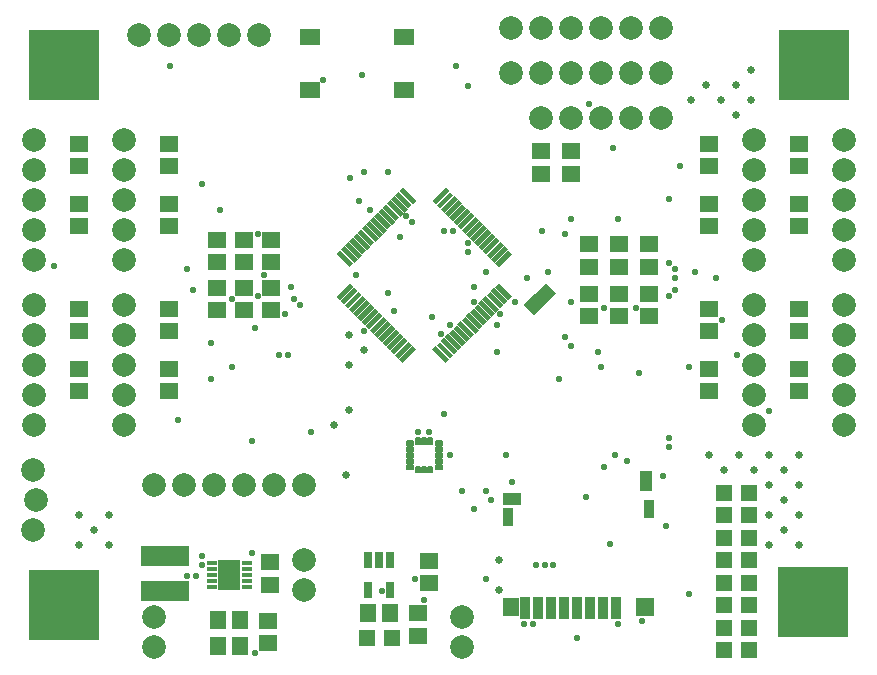
<source format=gbr>
G04 EAGLE Gerber RS-274X export*
G75*
%MOMM*%
%FSLAX34Y34*%
%LPD*%
%INSoldermask Top*%
%IPPOS*%
%AMOC8*
5,1,8,0,0,1.08239X$1,22.5*%
G01*
%ADD10R,1.602000X0.427000*%
%ADD11C,2.006600*%
%ADD12R,0.827000X1.877000*%
%ADD13R,1.427000X1.627000*%
%ADD14R,1.627000X1.627000*%
%ADD15R,0.927000X1.627000*%
%ADD16R,1.577000X1.127000*%
%ADD17R,0.927000X1.527000*%
%ADD18R,1.127000X1.677000*%
%ADD19R,1.627000X1.427000*%
%ADD20R,1.677000X1.427000*%
%ADD21R,1.327000X1.327000*%
%ADD22R,0.635000X1.447800*%
%ADD23C,0.157409*%
%ADD24R,0.939800X0.381000*%
%ADD25R,1.879600X2.616200*%
%ADD26R,4.027000X1.727000*%
%ADD27R,1.219200X1.294350*%
%ADD28R,5.969000X5.969000*%
%ADD29C,0.584200*%
%ADD30C,0.652000*%


D10*
G36*
X415517Y340103D02*
X426844Y351430D01*
X429863Y348411D01*
X418536Y337084D01*
X415517Y340103D01*
G37*
G36*
X411982Y343639D02*
X423309Y354966D01*
X426328Y351947D01*
X415001Y340620D01*
X411982Y343639D01*
G37*
G36*
X408446Y347174D02*
X419773Y358501D01*
X422792Y355482D01*
X411465Y344155D01*
X408446Y347174D01*
G37*
G36*
X404911Y350710D02*
X416238Y362037D01*
X419257Y359018D01*
X407930Y347691D01*
X404911Y350710D01*
G37*
G36*
X401375Y354245D02*
X412702Y365572D01*
X415721Y362553D01*
X404394Y351226D01*
X401375Y354245D01*
G37*
G36*
X397840Y357781D02*
X409167Y369108D01*
X412186Y366089D01*
X400859Y354762D01*
X397840Y357781D01*
G37*
G36*
X394304Y361316D02*
X405631Y372643D01*
X408650Y369624D01*
X397323Y358297D01*
X394304Y361316D01*
G37*
G36*
X390769Y364852D02*
X402096Y376179D01*
X405115Y373160D01*
X393788Y361833D01*
X390769Y364852D01*
G37*
G36*
X387233Y368388D02*
X398560Y379715D01*
X401579Y376696D01*
X390252Y365369D01*
X387233Y368388D01*
G37*
G36*
X383697Y371923D02*
X395024Y383250D01*
X398043Y380231D01*
X386716Y368904D01*
X383697Y371923D01*
G37*
G36*
X380162Y375459D02*
X391489Y386786D01*
X394508Y383767D01*
X383181Y372440D01*
X380162Y375459D01*
G37*
G36*
X376626Y378994D02*
X387953Y390321D01*
X390972Y387302D01*
X379645Y375975D01*
X376626Y378994D01*
G37*
G36*
X373091Y382530D02*
X384418Y393857D01*
X387437Y390838D01*
X376110Y379511D01*
X373091Y382530D01*
G37*
G36*
X369555Y386065D02*
X380882Y397392D01*
X383901Y394373D01*
X372574Y383046D01*
X369555Y386065D01*
G37*
G36*
X366020Y389601D02*
X377347Y400928D01*
X380366Y397909D01*
X369039Y386582D01*
X366020Y389601D01*
G37*
G36*
X362484Y393136D02*
X373811Y404463D01*
X376830Y401444D01*
X365503Y390117D01*
X362484Y393136D01*
G37*
G36*
X345697Y390117D02*
X334370Y401444D01*
X337389Y404463D01*
X348716Y393136D01*
X345697Y390117D01*
G37*
G36*
X342161Y386582D02*
X330834Y397909D01*
X333853Y400928D01*
X345180Y389601D01*
X342161Y386582D01*
G37*
G36*
X338626Y383046D02*
X327299Y394373D01*
X330318Y397392D01*
X341645Y386065D01*
X338626Y383046D01*
G37*
G36*
X335090Y379511D02*
X323763Y390838D01*
X326782Y393857D01*
X338109Y382530D01*
X335090Y379511D01*
G37*
G36*
X331555Y375975D02*
X320228Y387302D01*
X323247Y390321D01*
X334574Y378994D01*
X331555Y375975D01*
G37*
G36*
X328019Y372440D02*
X316692Y383767D01*
X319711Y386786D01*
X331038Y375459D01*
X328019Y372440D01*
G37*
G36*
X324484Y368904D02*
X313157Y380231D01*
X316176Y383250D01*
X327503Y371923D01*
X324484Y368904D01*
G37*
G36*
X320948Y365369D02*
X309621Y376696D01*
X312640Y379715D01*
X323967Y368388D01*
X320948Y365369D01*
G37*
G36*
X317412Y361833D02*
X306085Y373160D01*
X309104Y376179D01*
X320431Y364852D01*
X317412Y361833D01*
G37*
G36*
X313877Y358297D02*
X302550Y369624D01*
X305569Y372643D01*
X316896Y361316D01*
X313877Y358297D01*
G37*
G36*
X310341Y354762D02*
X299014Y366089D01*
X302033Y369108D01*
X313360Y357781D01*
X310341Y354762D01*
G37*
G36*
X306806Y351226D02*
X295479Y362553D01*
X298498Y365572D01*
X309825Y354245D01*
X306806Y351226D01*
G37*
G36*
X303270Y347691D02*
X291943Y359018D01*
X294962Y362037D01*
X306289Y350710D01*
X303270Y347691D01*
G37*
G36*
X299735Y344155D02*
X288408Y355482D01*
X291427Y358501D01*
X302754Y347174D01*
X299735Y344155D01*
G37*
G36*
X296199Y340620D02*
X284872Y351947D01*
X287891Y354966D01*
X299218Y343639D01*
X296199Y340620D01*
G37*
G36*
X292664Y337084D02*
X281337Y348411D01*
X284356Y351430D01*
X295683Y340103D01*
X292664Y337084D01*
G37*
G36*
X281337Y311989D02*
X292664Y323316D01*
X295683Y320297D01*
X284356Y308970D01*
X281337Y311989D01*
G37*
G36*
X284872Y308453D02*
X296199Y319780D01*
X299218Y316761D01*
X287891Y305434D01*
X284872Y308453D01*
G37*
G36*
X288408Y304918D02*
X299735Y316245D01*
X302754Y313226D01*
X291427Y301899D01*
X288408Y304918D01*
G37*
G36*
X291943Y301382D02*
X303270Y312709D01*
X306289Y309690D01*
X294962Y298363D01*
X291943Y301382D01*
G37*
G36*
X295479Y297847D02*
X306806Y309174D01*
X309825Y306155D01*
X298498Y294828D01*
X295479Y297847D01*
G37*
G36*
X299014Y294311D02*
X310341Y305638D01*
X313360Y302619D01*
X302033Y291292D01*
X299014Y294311D01*
G37*
G36*
X302550Y290776D02*
X313877Y302103D01*
X316896Y299084D01*
X305569Y287757D01*
X302550Y290776D01*
G37*
G36*
X306085Y287240D02*
X317412Y298567D01*
X320431Y295548D01*
X309104Y284221D01*
X306085Y287240D01*
G37*
G36*
X309621Y283704D02*
X320948Y295031D01*
X323967Y292012D01*
X312640Y280685D01*
X309621Y283704D01*
G37*
G36*
X313157Y280169D02*
X324484Y291496D01*
X327503Y288477D01*
X316176Y277150D01*
X313157Y280169D01*
G37*
G36*
X316692Y276633D02*
X328019Y287960D01*
X331038Y284941D01*
X319711Y273614D01*
X316692Y276633D01*
G37*
G36*
X320228Y273098D02*
X331555Y284425D01*
X334574Y281406D01*
X323247Y270079D01*
X320228Y273098D01*
G37*
G36*
X323763Y269562D02*
X335090Y280889D01*
X338109Y277870D01*
X326782Y266543D01*
X323763Y269562D01*
G37*
G36*
X327299Y266027D02*
X338626Y277354D01*
X341645Y274335D01*
X330318Y263008D01*
X327299Y266027D01*
G37*
G36*
X330834Y262491D02*
X342161Y273818D01*
X345180Y270799D01*
X333853Y259472D01*
X330834Y262491D01*
G37*
G36*
X334370Y258956D02*
X345697Y270283D01*
X348716Y267264D01*
X337389Y255937D01*
X334370Y258956D01*
G37*
G36*
X373811Y255937D02*
X362484Y267264D01*
X365503Y270283D01*
X376830Y258956D01*
X373811Y255937D01*
G37*
G36*
X377347Y259472D02*
X366020Y270799D01*
X369039Y273818D01*
X380366Y262491D01*
X377347Y259472D01*
G37*
G36*
X380882Y263008D02*
X369555Y274335D01*
X372574Y277354D01*
X383901Y266027D01*
X380882Y263008D01*
G37*
G36*
X384418Y266543D02*
X373091Y277870D01*
X376110Y280889D01*
X387437Y269562D01*
X384418Y266543D01*
G37*
G36*
X387953Y270079D02*
X376626Y281406D01*
X379645Y284425D01*
X390972Y273098D01*
X387953Y270079D01*
G37*
G36*
X391489Y273614D02*
X380162Y284941D01*
X383181Y287960D01*
X394508Y276633D01*
X391489Y273614D01*
G37*
G36*
X395024Y277150D02*
X383697Y288477D01*
X386716Y291496D01*
X398043Y280169D01*
X395024Y277150D01*
G37*
G36*
X398560Y280685D02*
X387233Y292012D01*
X390252Y295031D01*
X401579Y283704D01*
X398560Y280685D01*
G37*
G36*
X402096Y284221D02*
X390769Y295548D01*
X393788Y298567D01*
X405115Y287240D01*
X402096Y284221D01*
G37*
G36*
X405631Y287757D02*
X394304Y299084D01*
X397323Y302103D01*
X408650Y290776D01*
X405631Y287757D01*
G37*
G36*
X409167Y291292D02*
X397840Y302619D01*
X400859Y305638D01*
X412186Y294311D01*
X409167Y291292D01*
G37*
G36*
X412702Y294828D02*
X401375Y306155D01*
X404394Y309174D01*
X415721Y297847D01*
X412702Y294828D01*
G37*
G36*
X416238Y298363D02*
X404911Y309690D01*
X407930Y312709D01*
X419257Y301382D01*
X416238Y298363D01*
G37*
G36*
X419773Y301899D02*
X408446Y313226D01*
X411465Y316245D01*
X422792Y304918D01*
X419773Y301899D01*
G37*
G36*
X423309Y305434D02*
X411982Y316761D01*
X415001Y319780D01*
X426328Y308453D01*
X423309Y305434D01*
G37*
G36*
X426844Y308970D02*
X415517Y320297D01*
X418536Y323316D01*
X429863Y311989D01*
X426844Y308970D01*
G37*
D11*
X556260Y463550D03*
X530860Y463550D03*
X505460Y463550D03*
X480060Y463550D03*
X454660Y463550D03*
X25400Y342900D03*
X25400Y368300D03*
X25400Y393700D03*
X25400Y419100D03*
X25400Y444500D03*
D12*
X485140Y48260D03*
X474140Y48260D03*
X463140Y48260D03*
X452140Y48260D03*
X441140Y48260D03*
X496140Y48260D03*
X507140Y48260D03*
X518140Y48260D03*
D13*
X429140Y49510D03*
D14*
X542640Y49510D03*
D15*
X426640Y125510D03*
D16*
X429890Y140510D03*
D17*
X546140Y132010D03*
D18*
X543640Y156260D03*
D19*
X546100Y295300D03*
X546100Y314300D03*
X520700Y356210D03*
X520700Y337210D03*
X520700Y295300D03*
X520700Y314300D03*
X495300Y356210D03*
X495300Y337210D03*
X495300Y295300D03*
X495300Y314300D03*
X226060Y360020D03*
X226060Y341020D03*
X226060Y300380D03*
X226060Y319380D03*
X203200Y360020D03*
X203200Y341020D03*
X203200Y300380D03*
X203200Y319380D03*
X180340Y360020D03*
X180340Y341020D03*
X180340Y300380D03*
X180340Y319380D03*
X546100Y356210D03*
X546100Y337210D03*
D20*
X338200Y531770D03*
X258700Y531770D03*
X338200Y486770D03*
X258700Y486770D03*
D11*
X556260Y501650D03*
X530860Y501650D03*
X505460Y501650D03*
X480060Y501650D03*
X454660Y501650D03*
X429260Y501650D03*
X101600Y342900D03*
X101600Y368300D03*
X101600Y393700D03*
X101600Y419100D03*
X101600Y444500D03*
X25400Y203200D03*
X25400Y228600D03*
X25400Y254000D03*
X25400Y279400D03*
X25400Y304800D03*
X101600Y203200D03*
X101600Y228600D03*
X101600Y254000D03*
X101600Y279400D03*
X101600Y304800D03*
X711200Y342900D03*
X711200Y368300D03*
X711200Y393700D03*
X711200Y419100D03*
X711200Y444500D03*
X635000Y342900D03*
X635000Y368300D03*
X635000Y393700D03*
X635000Y419100D03*
X635000Y444500D03*
X711200Y203200D03*
X711200Y228600D03*
X711200Y254000D03*
X711200Y279400D03*
X711200Y304800D03*
X635000Y203200D03*
X635000Y228600D03*
X635000Y254000D03*
X635000Y279400D03*
X635000Y304800D03*
X215900Y533400D03*
X190500Y533400D03*
X165100Y533400D03*
X139700Y533400D03*
X114300Y533400D03*
D21*
X630260Y146050D03*
X609260Y146050D03*
X630260Y127000D03*
X609260Y127000D03*
X630260Y107950D03*
X609260Y107950D03*
X630260Y88900D03*
X609260Y88900D03*
X630260Y69850D03*
X609260Y69850D03*
X630260Y50800D03*
X609260Y50800D03*
X630260Y31750D03*
X609260Y31750D03*
X630260Y12700D03*
X609260Y12700D03*
D19*
X63500Y371500D03*
X63500Y390500D03*
X63500Y422300D03*
X63500Y441300D03*
X139700Y371500D03*
X139700Y390500D03*
X139700Y422300D03*
X139700Y441300D03*
X63500Y231800D03*
X63500Y250800D03*
X63500Y282600D03*
X63500Y301600D03*
X139700Y231800D03*
X139700Y250800D03*
X139700Y282600D03*
X139700Y301600D03*
X673100Y371500D03*
X673100Y390500D03*
X673100Y422300D03*
X673100Y441300D03*
X596900Y371500D03*
X596900Y390500D03*
X596900Y422300D03*
X596900Y441300D03*
X673100Y231800D03*
X673100Y250800D03*
X673100Y282600D03*
X673100Y301600D03*
X596900Y231800D03*
X596900Y250800D03*
X596900Y282600D03*
X596900Y301600D03*
X480060Y415950D03*
X480060Y434950D03*
X454660Y415950D03*
X454660Y434950D03*
D11*
X24130Y114300D03*
X26670Y139700D03*
X24130Y165100D03*
D19*
X350520Y24790D03*
X350520Y43790D03*
D13*
X308000Y44450D03*
X327000Y44450D03*
D22*
X327000Y89154D03*
X317500Y89154D03*
X308000Y89154D03*
X308000Y63246D03*
X327000Y63246D03*
D21*
X328000Y22860D03*
X307000Y22860D03*
D19*
X359410Y88240D03*
X359410Y69240D03*
D23*
X365302Y169398D02*
X370298Y169398D01*
X370298Y166202D01*
X365302Y166202D01*
X365302Y169398D01*
X365302Y167697D02*
X370298Y167697D01*
X370298Y169192D02*
X365302Y169192D01*
X365302Y174398D02*
X370298Y174398D01*
X370298Y171202D01*
X365302Y171202D01*
X365302Y174398D01*
X365302Y172697D02*
X370298Y172697D01*
X370298Y174192D02*
X365302Y174192D01*
X365302Y179398D02*
X370298Y179398D01*
X370298Y176202D01*
X365302Y176202D01*
X365302Y179398D01*
X365302Y177697D02*
X370298Y177697D01*
X370298Y179192D02*
X365302Y179192D01*
X365302Y184398D02*
X370298Y184398D01*
X370298Y181202D01*
X365302Y181202D01*
X365302Y184398D01*
X365302Y182697D02*
X370298Y182697D01*
X370298Y184192D02*
X365302Y184192D01*
X365302Y189398D02*
X370298Y189398D01*
X370298Y186202D01*
X365302Y186202D01*
X365302Y189398D01*
X365302Y187697D02*
X370298Y187697D01*
X370298Y189192D02*
X365302Y189192D01*
X359002Y187502D02*
X359002Y192498D01*
X362198Y192498D01*
X362198Y187502D01*
X359002Y187502D01*
X359002Y188997D02*
X362198Y188997D01*
X362198Y190492D02*
X359002Y190492D01*
X359002Y191987D02*
X362198Y191987D01*
X354002Y192498D02*
X354002Y187502D01*
X354002Y192498D02*
X357198Y192498D01*
X357198Y187502D01*
X354002Y187502D01*
X354002Y188997D02*
X357198Y188997D01*
X357198Y190492D02*
X354002Y190492D01*
X354002Y191987D02*
X357198Y191987D01*
X349002Y192498D02*
X349002Y187502D01*
X349002Y192498D02*
X352198Y192498D01*
X352198Y187502D01*
X349002Y187502D01*
X349002Y188997D02*
X352198Y188997D01*
X352198Y190492D02*
X349002Y190492D01*
X349002Y191987D02*
X352198Y191987D01*
X345898Y186202D02*
X340902Y186202D01*
X340902Y189398D01*
X345898Y189398D01*
X345898Y186202D01*
X345898Y187697D02*
X340902Y187697D01*
X340902Y189192D02*
X345898Y189192D01*
X345898Y181202D02*
X340902Y181202D01*
X340902Y184398D01*
X345898Y184398D01*
X345898Y181202D01*
X345898Y182697D02*
X340902Y182697D01*
X340902Y184192D02*
X345898Y184192D01*
X345898Y176202D02*
X340902Y176202D01*
X340902Y179398D01*
X345898Y179398D01*
X345898Y176202D01*
X345898Y177697D02*
X340902Y177697D01*
X340902Y179192D02*
X345898Y179192D01*
X345898Y171202D02*
X340902Y171202D01*
X340902Y174398D01*
X345898Y174398D01*
X345898Y171202D01*
X345898Y172697D02*
X340902Y172697D01*
X340902Y174192D02*
X345898Y174192D01*
X345898Y166202D02*
X340902Y166202D01*
X340902Y169398D01*
X345898Y169398D01*
X345898Y166202D01*
X345898Y167697D02*
X340902Y167697D01*
X340902Y169192D02*
X345898Y169192D01*
X352198Y168098D02*
X352198Y163102D01*
X349002Y163102D01*
X349002Y168098D01*
X352198Y168098D01*
X352198Y164597D02*
X349002Y164597D01*
X349002Y166092D02*
X352198Y166092D01*
X352198Y167587D02*
X349002Y167587D01*
X357198Y168098D02*
X357198Y163102D01*
X354002Y163102D01*
X354002Y168098D01*
X357198Y168098D01*
X357198Y164597D02*
X354002Y164597D01*
X354002Y166092D02*
X357198Y166092D01*
X357198Y167587D02*
X354002Y167587D01*
X362198Y168098D02*
X362198Y163102D01*
X359002Y163102D01*
X359002Y168098D01*
X362198Y168098D01*
X362198Y164597D02*
X359002Y164597D01*
X359002Y166092D02*
X362198Y166092D01*
X362198Y167587D02*
X359002Y167587D01*
D11*
X429260Y539750D03*
X454660Y539750D03*
X480060Y539750D03*
X505460Y539750D03*
X530860Y539750D03*
X556260Y539750D03*
X387350Y15240D03*
X387350Y40640D03*
X254000Y63500D03*
X254000Y88900D03*
D24*
X205232Y66197D03*
X205232Y71199D03*
X205232Y76200D03*
X205232Y81201D03*
X205232Y86203D03*
X175768Y86203D03*
X175768Y81201D03*
X175768Y76200D03*
X175768Y71199D03*
X175768Y66197D03*
D25*
X190500Y76200D03*
D19*
X224790Y86970D03*
X224790Y67970D03*
D13*
X181000Y16510D03*
X200000Y16510D03*
D19*
X223520Y18440D03*
X223520Y37440D03*
D13*
X200000Y38100D03*
X181000Y38100D03*
D26*
X135890Y62970D03*
X135890Y91970D03*
D27*
G36*
X448892Y314003D02*
X457513Y305382D01*
X448362Y296231D01*
X439741Y304852D01*
X448892Y314003D01*
G37*
G36*
X458418Y323529D02*
X467039Y314908D01*
X457888Y305757D01*
X449267Y314378D01*
X458418Y323529D01*
G37*
D28*
X50800Y508000D03*
X685800Y508000D03*
X50800Y50800D03*
X684530Y53340D03*
D11*
X254000Y152400D03*
X228600Y152400D03*
X203200Y152400D03*
X177800Y152400D03*
X152400Y152400D03*
X127000Y152400D03*
X127000Y15240D03*
X127000Y40640D03*
D29*
X340000Y380000D03*
X335000Y362500D03*
X407500Y72500D03*
X305000Y282500D03*
X362500Y295000D03*
D30*
X673100Y101600D03*
X660400Y114300D03*
X647700Y127000D03*
X660400Y139700D03*
X673100Y152400D03*
X660400Y165100D03*
X647700Y177800D03*
X673100Y177800D03*
X647700Y152400D03*
X673100Y127000D03*
X647700Y101600D03*
X635000Y165100D03*
X622300Y177800D03*
X609600Y165100D03*
X596900Y177800D03*
X419100Y63500D03*
X419100Y88900D03*
X292100Y254000D03*
X304800Y266700D03*
X292100Y279400D03*
X63500Y101600D03*
X76200Y114300D03*
X88900Y127000D03*
X63500Y127000D03*
X88900Y101600D03*
X292100Y215900D03*
X279400Y203200D03*
X289560Y161290D03*
X632460Y504190D03*
X619760Y491490D03*
X607060Y478790D03*
X632460Y478790D03*
X619760Y466090D03*
X594360Y491490D03*
X581660Y478790D03*
D29*
X212500Y285000D03*
X330000Y300000D03*
X485000Y22500D03*
X212500Y10000D03*
X380000Y367500D03*
X250000Y305000D03*
X562500Y312500D03*
X455000Y367500D03*
X442500Y327500D03*
X245000Y310000D03*
X572500Y422500D03*
X407500Y332500D03*
X392500Y357500D03*
X392500Y490000D03*
X460000Y332500D03*
X297500Y330000D03*
X305000Y417500D03*
X392500Y350000D03*
X495000Y475000D03*
X270000Y495000D03*
X302500Y500000D03*
X215000Y312500D03*
X192500Y310000D03*
X160000Y317500D03*
X535000Y302500D03*
X507500Y302500D03*
X480000Y307500D03*
X167500Y407500D03*
X155000Y335000D03*
X42500Y337500D03*
X232500Y262500D03*
X175000Y272500D03*
X182500Y385000D03*
X210000Y190000D03*
X240000Y262500D03*
X215000Y365000D03*
X242500Y320000D03*
X237500Y297500D03*
X192500Y252500D03*
X220000Y330000D03*
X475000Y365000D03*
X175000Y242500D03*
X470000Y242500D03*
X562500Y395000D03*
X480000Y377500D03*
X515000Y437500D03*
X567500Y317500D03*
X567500Y327500D03*
X602500Y327500D03*
X620000Y262500D03*
X567500Y335000D03*
X585000Y332500D03*
X562500Y340000D03*
X562500Y185000D03*
X360000Y197500D03*
X372500Y212500D03*
X580000Y252500D03*
X647500Y215000D03*
X520000Y377500D03*
X147500Y207500D03*
X607500Y292500D03*
X140000Y507500D03*
X562500Y192500D03*
X507500Y167500D03*
X557500Y160000D03*
X492500Y142500D03*
X537500Y247500D03*
X505000Y252500D03*
X502500Y265000D03*
X417500Y265000D03*
X425000Y177500D03*
X517500Y177500D03*
X370000Y280000D03*
X377500Y177500D03*
X527500Y172500D03*
X480000Y270000D03*
X377500Y287500D03*
X475000Y277500D03*
X560000Y117500D03*
X512500Y102500D03*
X580000Y60000D03*
X540000Y37500D03*
X310000Y385000D03*
X325000Y417500D03*
X372500Y367500D03*
X300000Y392500D03*
X345000Y375000D03*
X382500Y507500D03*
X465000Y85000D03*
X450000Y85000D03*
X457500Y85000D03*
X447500Y35000D03*
X440000Y35000D03*
X520000Y35000D03*
X292500Y412500D03*
X260000Y197500D03*
X347500Y72500D03*
X355000Y55000D03*
X350000Y197500D03*
X320000Y62500D03*
X162500Y75000D03*
X167500Y92500D03*
X210000Y95000D03*
X432500Y307500D03*
X430000Y155000D03*
X397500Y320000D03*
X387500Y147500D03*
X325000Y315000D03*
X420000Y297500D03*
X407500Y147500D03*
X397500Y307500D03*
X397500Y132500D03*
X417500Y287500D03*
X412500Y140000D03*
X167500Y85000D03*
X155000Y75000D03*
M02*

</source>
